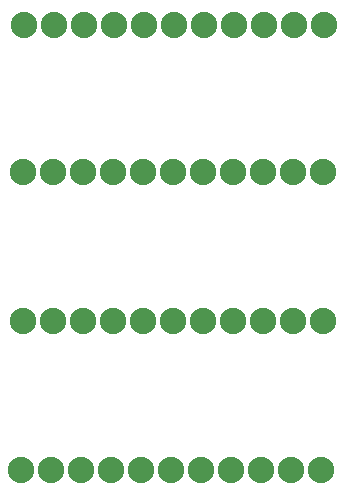
<source format=gbs>
G04 MADE WITH FRITZING*
G04 WWW.FRITZING.ORG*
G04 DOUBLE SIDED*
G04 HOLES PLATED*
G04 CONTOUR ON CENTER OF CONTOUR VECTOR*
%ASAXBY*%
%FSLAX23Y23*%
%MOIN*%
%OFA0B0*%
%SFA1.0B1.0*%
%ADD10C,0.088000*%
%LNMASK0*%
G90*
G70*
G54D10*
X1085Y66D03*
X985Y66D03*
X885Y66D03*
X785Y66D03*
X685Y66D03*
X585Y66D03*
X485Y66D03*
X385Y66D03*
X285Y66D03*
X185Y66D03*
X85Y66D03*
X1090Y562D03*
X990Y562D03*
X890Y562D03*
X790Y562D03*
X690Y562D03*
X590Y562D03*
X490Y562D03*
X390Y562D03*
X290Y562D03*
X190Y562D03*
X90Y562D03*
X1090Y1058D03*
X990Y1058D03*
X890Y1058D03*
X790Y1058D03*
X690Y1058D03*
X590Y1058D03*
X490Y1058D03*
X390Y1058D03*
X290Y1058D03*
X190Y1058D03*
X90Y1058D03*
X1093Y1550D03*
X993Y1550D03*
X893Y1550D03*
X793Y1550D03*
X693Y1550D03*
X593Y1550D03*
X493Y1550D03*
X393Y1550D03*
X293Y1550D03*
X193Y1550D03*
X93Y1550D03*
G04 End of Mask0*
M02*
</source>
